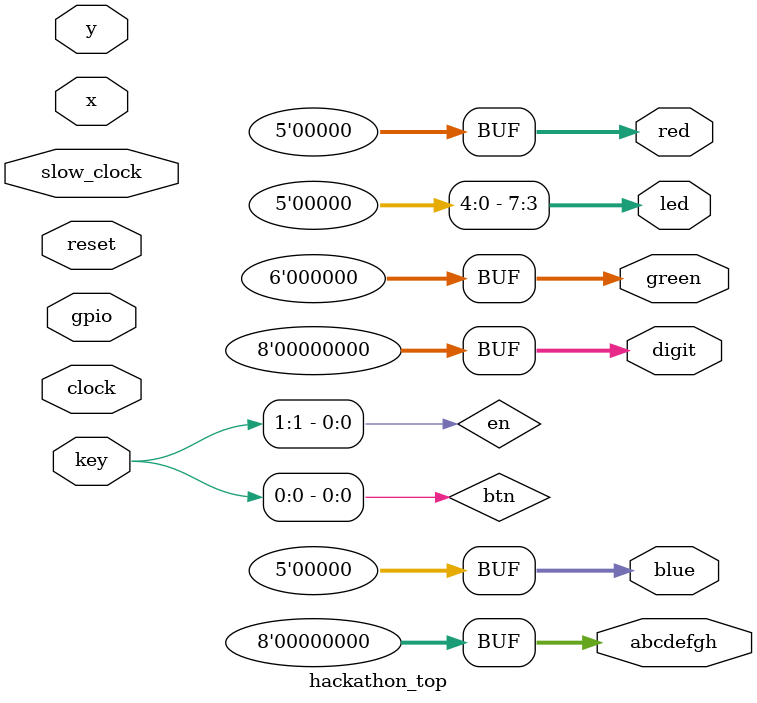
<source format=sv>

module hackathon_top
(
    input  logic       clock,
    input  logic       slow_clock,
    input  logic       reset,

    input  logic [7:0] key,
    output logic [7:0] led,

    // Display de 7 segmentos (no usado en este lab)
    output logic [7:0] abcdefgh,
    output logic [7:0] digit,

    // Interfaz LCD (no usada en este lab)
    input  logic [8:0] x,
    input  logic [8:0] y,
    output logic [4:0] red,
    output logic [5:0] green,
    output logic [4:0] blue,

    inout  logic [3:0] gpio
);

    // -------------------------------------------------------------------------
    // No usamos display, LCD ni GPIO en este lab
    // -------------------------------------------------------------------------
    assign abcdefgh = '0;
    assign digit    = '0;
    assign red      = '0;
    assign green    = '0;
    assign blue     = '0;
    // gpio lo maneja el wrapper de la placa

    // -------------------------------------------------------------------------
    // Entradas lógicas (botones)
    // -------------------------------------------------------------------------
    //
    // Mapeo sugerido:
    //   btn = key[0]   → botón principal
    //   en  = key[1]   → botón de habilitación (enable)
    //
    // Puedes usar el TM1638 o los botones de la placa, según cómo esté
    // conectado el wrapper.

    logic btn;
    logic en;

    assign btn = key[0];
    assign en  = key[1];

    // -------------------------------------------------------------------------
    // Salidas a LEDs (lógica combinacional pura con assign)
    // -------------------------------------------------------------------------
    //
    // Requisitos:
    //   - led[0] = btn
    //   - led[1] = ~btn
    //   - led[2] = btn AND en
    //   - led[7:3] = 0
    //
    // Completa las asignaciones continuas (assign).

    // Todos los bits altos apagados por defecto
    assign led[7:3] = 5'b00000;

    // TODO: completar las asignaciones sencillas
    //
    // asignación directa (botón → LED)
    // assign led[0] = ...;
    //
    // asignación invertida (LED encendido cuando el botón está suelto)
    // assign led[1] = ...;
    //
    // compuerta AND con enable
    // assign led[2] = ...;

endmodule

</source>
